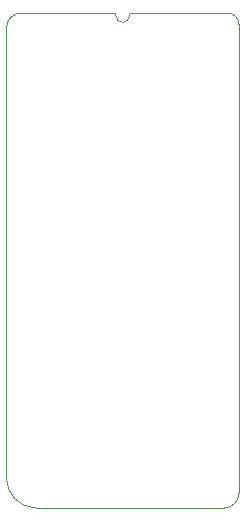
<source format=gm1>
%TF.GenerationSoftware,KiCad,Pcbnew,(6.0.2)*%
%TF.CreationDate,2022-03-14T15:32:47-04:00*%
%TF.ProjectId,23XX-Adapter,32335858-2d41-4646-9170-7465722e6b69,2*%
%TF.SameCoordinates,Original*%
%TF.FileFunction,Profile,NP*%
%FSLAX46Y46*%
G04 Gerber Fmt 4.6, Leading zero omitted, Abs format (unit mm)*
G04 Created by KiCad (PCBNEW (6.0.2)) date 2022-03-14 15:32:47*
%MOMM*%
%LPD*%
G01*
G04 APERTURE LIST*
%TA.AperFunction,Profile*%
%ADD10C,0.100000*%
%TD*%
G04 APERTURE END LIST*
D10*
X158445000Y-74090000D02*
X158445000Y-113760000D01*
X140030000Y-73120000D02*
X147813500Y-73120000D01*
X149391500Y-73120000D02*
G75*
G03*
X149174000Y-73337500I-1J-217499D01*
G01*
X157175000Y-115030000D02*
G75*
G03*
X158445000Y-113760000I10989J1259011D01*
G01*
X158445000Y-74090000D02*
G75*
G03*
X157475000Y-73120000I-969999J1D01*
G01*
X138760000Y-112490000D02*
X138760000Y-74390000D01*
X148031000Y-73337500D02*
G75*
G03*
X147813500Y-73120000I-217499J1D01*
G01*
X138760000Y-112490000D02*
G75*
G03*
X141300000Y-115030000I2540001J1D01*
G01*
X140030000Y-73120000D02*
G75*
G03*
X138760000Y-74390000I-1J-1269999D01*
G01*
X141300000Y-115030000D02*
X157175000Y-115030000D01*
X149391500Y-73120000D02*
X157475000Y-73120000D01*
X148031000Y-73337500D02*
G75*
G03*
X149174000Y-73337500I571500J0D01*
G01*
M02*

</source>
